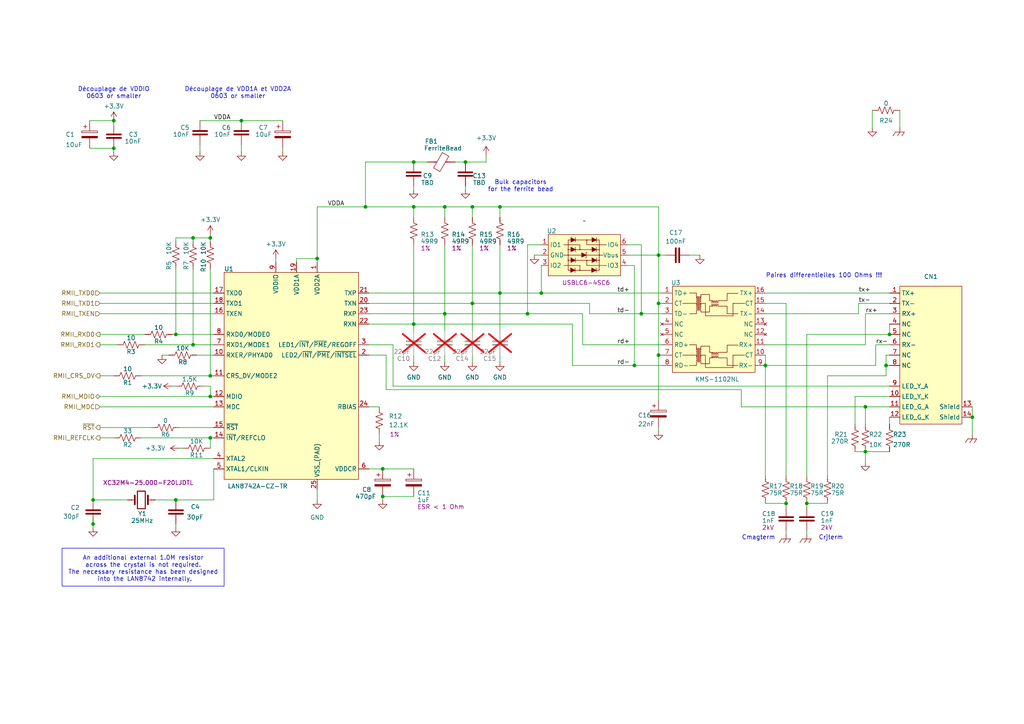
<source format=kicad_sch>
(kicad_sch (version 20231120) (generator "eeschema") (generator_version "8.0")
  (paper "A4")
  (lib_symbols
    (symbol "Chips:LAN8742A"
      (property "Reference" "U" (at 4 8 0))
      (property "Value" "LAN8742A-CZ-TR" (at 12 -57 0))
      (symbol "LAN8742A_1_1"
        (rectangle (start 3 6) (end 42 -54) (fill (type background)))
        (pin passive line (at 30 9 270) (length 3) (name "VDD2A") (number "1"))
        (pin passive line (at 0 -18 0) (length 3) (name "RXER/PHYAD0") (number "10"))
        (pin passive line (at 0 -24 0) (length 3) (name "CRS_DV/MODE2") (number "11"))
        (pin passive line (at 0 -30 0) (length 3) (name "MDIO") (number "12"))
        (pin passive line (at 0 -33 0) (length 3) (name "MDC") (number "13"))
        (pin passive line (at 0 -42 0) (length 3) (name "~{INT}/REFCLO") (number "14"))
        (pin passive line (at 0 -39 0) (length 3) (name "~{RST}") (number "15"))
        (pin passive line (at 0 -6 0) (length 3) (name "TXEN") (number "16"))
        (pin passive line (at 0 0 0) (length 3) (name "TXD0") (number "17"))
        (pin passive line (at 0 -3 0) (length 3) (name "TXD1") (number "18"))
        (pin passive line (at 24 9 270) (length 3) (name "VDD1A") (number "19"))
        (pin passive line (at 45 -18 180) (length 3) (name "LED2/~{INT}/~{PME}/~{INTSEL}") (number "2"))
        (pin passive line (at 45 -3 180) (length 3) (name "TXN") (number "20"))
        (pin passive line (at 45 0 180) (length 3) (name "TXP") (number "21"))
        (pin passive line (at 45 -9 180) (length 3) (name "RXN") (number "22"))
        (pin passive line (at 45 -6 180) (length 3) (name "RXP") (number "23"))
        (pin passive line (at 45 -33 180) (length 3) (name "RBIAS") (number "24"))
        (pin passive line (at 30 -57 90) (length 3) (name "VSS_(PAD)") (number "25"))
        (pin passive line (at 45 -15 180) (length 3) (name "LED1/~{INT}/~{PME}/REGOFF") (number "3"))
        (pin passive line (at 0 -48 0) (length 3) (name "XTAL2") (number "4"))
        (pin passive line (at 0 -51 0) (length 3) (name "XTAL1/CLKIN") (number "5"))
        (pin passive line (at 45 -51 180) (length 3) (name "VDDCR") (number "6"))
        (pin passive line (at 0 -15 0) (length 3) (name "RXD1/MODE1") (number "7"))
        (pin passive line (at 0 -12 0) (length 3) (name "RXD0/MODE0") (number "8"))
        (pin passive line (at 18 9 270) (length 3) (name "VDDIO") (number "9"))
      )
    )
    (symbol "Connectors:RJ45_with_Leds"
      (property "Reference" "CN" (at 4 4 0))
      (symbol "RJ45_with_Leds_1_1"
        (rectangle (start 3 2) (end 21 -38) (fill (type background)))
        (pin passive line (at 0 0 0) (length 3) (name "TX+") (number "1"))
        (pin passive line (at 0 -30 0) (length 3) (name "LED_Y_K") (number "10"))
        (pin passive line (at 0 -33 0) (length 3) (name "LED_G_A") (number "11"))
        (pin passive line (at 0 -36 0) (length 3) (name "LED_G_K") (number "12"))
        (pin passive line (at 24 -33 180) (length 3) (name "Shield") (number "13"))
        (pin passive line (at 24 -36 180) (length 3) (name "Shield") (number "14"))
        (pin passive line (at 0 -3 0) (length 3) (name "TX-") (number "2"))
        (pin passive line (at 0 -6 0) (length 3) (name "RX+") (number "3"))
        (pin passive line (at 0 -9 0) (length 3) (name "NC") (number "4"))
        (pin passive line (at 0 -12 0) (length 3) (name "NC") (number "5"))
        (pin passive line (at 0 -15 0) (length 3) (name "RX-") (number "6"))
        (pin passive line (at 0 -18 0) (length 3) (name "NC") (number "7"))
        (pin passive line (at 0 -21 0) (length 3) (name "NC") (number "8"))
        (pin passive line (at 0 -27 0) (length 3) (name "LED_Y_A") (number "9"))
      )
    )
    (symbol "Diodes:USBLC6-4"
      (property "Reference" "U" (at 2 5 0))
      (property "Ref" "USBLC6-4SC6" (at 9 -11 0))
      (symbol "USBLC6-4_0_1"
        (polyline (pts (xy 9.8 -6.7) (xy 9.8 -8)))
        (polyline (pts (xy 9.9 -3.8) (xy 9.9 -5.1)))
        (polyline (pts (xy 9.9 -0.7) (xy 9.9 -2)))
        (polyline (pts (xy 9.9 2.1) (xy 9.9 0.8)))
        (polyline (pts (xy 13 -2.3) (xy 13 -3.6)))
        (polyline (pts (xy 15.9 -6.7) (xy 15.9 -8)))
        (polyline (pts (xy 16 -3.8) (xy 16 -5.1)))
        (polyline (pts (xy 16 -0.7) (xy 16 -2)))
        (polyline (pts (xy 16 2.1) (xy 16 0.8)))
      )
      (symbol "USBLC6-4_1_1"
        (polyline (pts (xy 6.5 -3) (xy 17.9 -3)))
        (polyline (pts (xy 7.8 -7.4) (xy 16.8 -7.4)))
        (polyline (pts (xy 7.8 -4.5) (xy 16.8 -4.5)))
        (polyline (pts (xy 7.8 -1.4) (xy 16.8 -1.4)))
        (polyline (pts (xy 7.8 1.4) (xy 7.8 -7.3)))
        (polyline (pts (xy 7.8 1.4) (xy 16.8 1.4)))
        (polyline (pts (xy 13 -3.7) (xy 12.8 -3.9)))
        (polyline (pts (xy 13 -2.3) (xy 13.2 -2.1)))
        (polyline (pts (xy 16.8 1.4) (xy 16.8 -7.3)))
        (polyline (pts (xy 6.5 -6) (xy 11.2 -6) (xy 11.2 -7.4)))
        (polyline (pts (xy 6.5 0) (xy 11.2 0) (xy 11.2 -1.4)))
        (polyline (pts (xy 18.9 -6) (xy 13.2 -6) (xy 13.2 -4.6)))
        (polyline (pts (xy 18.9 0) (xy 13.2 0) (xy 13.2 1.4)))
        (polyline (pts (xy 8.5 -6.7) (xy 8.5 -8) (xy 9.8 -7.4) (xy 8.5 -6.7)) (fill (type outline)))
        (polyline (pts (xy 8.6 -3.8) (xy 8.6 -5.1) (xy 9.9 -4.5) (xy 8.6 -3.8)) (fill (type outline)))
        (polyline (pts (xy 8.6 -0.7) (xy 8.6 -2) (xy 9.9 -1.4) (xy 8.6 -0.7)) (fill (type outline)))
        (polyline (pts (xy 8.6 2.1) (xy 8.6 0.8) (xy 9.9 1.4) (xy 8.6 2.1)) (fill (type outline)))
        (polyline (pts (xy 11.7 -2.3) (xy 11.7 -3.6) (xy 13 -3) (xy 11.7 -2.3)) (fill (type outline)))
        (polyline (pts (xy 14.6 -6.7) (xy 14.6 -8) (xy 15.9 -7.4) (xy 14.6 -6.7)) (fill (type outline)))
        (polyline (pts (xy 14.7 -3.8) (xy 14.7 -5.1) (xy 16 -4.5) (xy 14.7 -3.8)) (fill (type outline)))
        (polyline (pts (xy 14.7 -0.7) (xy 14.7 -2) (xy 16 -1.4) (xy 14.7 -0.7)) (fill (type outline)))
        (polyline (pts (xy 14.7 2.1) (xy 14.7 0.8) (xy 16 1.4) (xy 14.7 2.1)) (fill (type outline)))
        (rectangle (start 2 3) (end 23 -9) (fill (type background)))
        (circle (center 7.8 -4.5) (radius 0.1) (fill (type outline)))
        (circle (center 7.8 -3) (radius 0.1) (fill (type outline)))
        (circle (center 7.8 -1.4) (radius 0.1) (fill (type outline)))
        (circle (center 11.2 -7.4) (radius 0.1) (fill (type outline)))
        (circle (center 11.2 -1.4) (radius 0.1) (fill (type outline)))
        (circle (center 13.2 -4.5) (radius 0.1) (fill (type outline)))
        (circle (center 13.2 1.4) (radius 0.1) (fill (type outline)))
        (circle (center 16.8 -4.5) (radius 0.1) (fill (type outline)))
        (circle (center 16.8 -3) (radius 0.1) (fill (type outline)))
        (circle (center 16.8 -1.4) (radius 0.1) (fill (type outline)))
        (pin input line (at 0 0 0) (length 2) (name "IO1") (number "1"))
        (pin input line (at 0 -3 0) (length 2) (name "GND") (number "2"))
        (pin input line (at 0 -6 0) (length 2) (name "IO2") (number "3"))
        (pin input line (at 25 -6 180) (length 2) (name "IO3") (number "4"))
        (pin input line (at 25 -3 180) (length 2) (name "Vbus") (number "5"))
        (pin input line (at 25 0 180) (length 2) (name "IO4") (number "6"))
      )
    )
    (symbol "Divers:KMS-1102NL"
      (property "Reference" "U" (at 4 4 0))
      (property "Value" "KMS-1102NL" (at 16 -25 0))
      (symbol "KMS-1102NL_0_0"
        (polyline (pts (xy 6 -18) (xy 10 -18)))
        (polyline (pts (xy 6 -3) (xy 10 -3)))
        (polyline (pts (xy 16.4 -17.2) (xy 18.9 -17.2) (xy 18.9 -15.1) (xy 22.1 -15.1)))
        (polyline (pts (xy 16.4 -2.2) (xy 18.9 -2.2) (xy 18.9 -0.1) (xy 22.1 -0.1)))
        (polyline (pts (xy 20.6 -21.6) (xy 12.6 -21.6) (xy 12.6 -18) (xy 11.3 -18)))
        (polyline (pts (xy 20.6 -6.6) (xy 12.6 -6.6) (xy 12.6 -3) (xy 11.3 -3)))
      )
      (symbol "KMS-1102NL_0_1"
        (polyline (pts (xy 10.524 -20.032) (xy 10.524 -15.968)))
        (polyline (pts (xy 10.524 -5.032) (xy 10.524 -0.968)))
        (polyline (pts (xy 10.778 -15.968) (xy 10.778 -20.032)))
        (polyline (pts (xy 10.778 -0.968) (xy 10.778 -5.032)))
        (polyline (pts (xy 14.334 -17.746) (xy 16.366 -17.746)))
        (polyline (pts (xy 14.334 -2.746) (xy 16.366 -2.746)))
        (polyline (pts (xy 16.366 -18.254) (xy 14.334 -18.254)))
        (polyline (pts (xy 16.366 -3.254) (xy 14.334 -3.254)))
        (polyline (pts (xy 18.9 -21) (xy 22.075 -21)))
        (polyline (pts (xy 18.9 -6) (xy 22.075 -6)))
        (polyline (pts (xy 20.6 -18) (xy 20.6 -21.6)))
        (polyline (pts (xy 20.6 -18) (xy 24 -18)))
        (polyline (pts (xy 20.6 -3) (xy 20.6 -6.6)))
        (polyline (pts (xy 20.6 -3) (xy 24 -3)))
        (polyline (pts (xy 10 -20.1) (xy 10 -21) (xy 8 -21)))
        (polyline (pts (xy 10 -15.9) (xy 10 -15) (xy 8 -15)))
        (polyline (pts (xy 10 -5.1) (xy 10 -6) (xy 8 -6)))
        (polyline (pts (xy 10 -0.9) (xy 10 0) (xy 8 0)))
        (polyline (pts (xy 16.4 -18.8) (xy 18.9 -18.8) (xy 18.9 -21)))
        (polyline (pts (xy 16.4 -3.8) (xy 18.9 -3.8) (xy 18.9 -6)))
        (polyline (pts (xy 11.3 -20.1) (xy 11.3 -20.5) (xy 13.8 -20.5) (xy 13.8 -18.8) (xy 14.3 -18.8)))
        (polyline (pts (xy 11.3 -5.1) (xy 11.3 -5.5) (xy 13.8 -5.5) (xy 13.8 -3.8) (xy 14.3 -3.8)))
        (polyline (pts (xy 14.3 -17.2) (xy 13.8 -17.2) (xy 13.8 -15.4) (xy 11.3 -15.4) (xy 11.3 -15.9)))
        (polyline (pts (xy 14.3 -2.2) (xy 13.8 -2.2) (xy 13.8 -0.4) (xy 11.3 -0.4) (xy 11.3 -0.9)))
        (circle (center 9.9906 -18.254) (radius 0.0762) (stroke (width 0.0254)) (fill (type outline)))
        (circle (center 9.9906 -3.254) (radius 0.0762) (stroke (width 0.0254)) (fill (type outline)))
        (arc (start 10 -20.054) (mid 10.2528 -19.8) (end 10 -19.546))
        (arc (start 10 -19.554) (mid 10.2528 -19.3) (end 10 -19.046))
        (arc (start 10 -19.054) (mid 10.2528 -18.8) (end 10 -18.546))
        (arc (start 10 -18.554) (mid 10.2643 -18.277) (end 10 -18))
        (arc (start 10 -18) (mid 10.2701 -17.723) (end 10 -17.446))
        (arc (start 10 -17.454) (mid 10.2528 -17.2) (end 10 -16.946))
        (arc (start 10 -16.954) (mid 10.2528 -16.7) (end 10 -16.446))
        (arc (start 10 -16.454) (mid 10.2528 -16.2) (end 10 -15.946))
        (circle (center 10 -16.2) (radius 0.0762) (stroke (width 0.0254)) (fill (type outline)))
        (arc (start 10 -5.054) (mid 10.2528 -4.8) (end 10 -4.546))
        (arc (start 10 -4.554) (mid 10.2528 -4.3) (end 10 -4.046))
        (arc (start 10 -4.054) (mid 10.2528 -3.8) (end 10 -3.546))
        (arc (start 10 -3.554) (mid 10.2644 -3.277) (end 10 -3))
        (arc (start 10 -3) (mid 10.2697 -2.723) (end 10 -2.446))
        (arc (start 10 -2.454) (mid 10.2528 -2.2) (end 10 -1.946))
        (arc (start 10 -1.954) (mid 10.2528 -1.7) (end 10 -1.446))
        (arc (start 10 -1.454) (mid 10.2528 -1.2) (end 10 -0.946))
        (circle (center 10 -1.2) (radius 0.0762) (stroke (width 0.0254)) (fill (type outline)))
        (arc (start 11.3 -19.546) (mid 11.0471 -19.8) (end 11.3 -20.054))
        (arc (start 11.3 -19.046) (mid 11.0471 -19.3) (end 11.3 -19.554))
        (arc (start 11.3 -18.546) (mid 11.0471 -18.8) (end 11.3 -19.054))
        (arc (start 11.3 -18) (mid 11.0357 -18.277) (end 11.3 -18.554))
        (arc (start 11.3 -17.446) (mid 11.0299 -17.723) (end 11.3 -18))
        (arc (start 11.3 -16.946) (mid 11.0471 -17.2) (end 11.3 -17.454))
        (arc (start 11.3 -16.446) (mid 11.0471 -16.7) (end 11.3 -16.954))
        (circle (center 11.3 -16.2) (radius 0.0762) (stroke (width 0.0254)) (fill (type outline)))
        (arc (start 11.3 -15.946) (mid 11.0471 -16.2) (end 11.3 -16.454))
        (arc (start 11.3 -4.546) (mid 11.0471 -4.8) (end 11.3 -5.054))
        (arc (start 11.3 -4.046) (mid 11.0471 -4.3) (end 11.3 -4.554))
        (arc (start 11.3 -3.546) (mid 11.0471 -3.8) (end 11.3 -4.054))
        (arc (start 11.3 -3) (mid 11.0357 -3.277) (end 11.3 -3.554))
        (arc (start 11.3 -2.446) (mid 11.0303 -2.723) (end 11.3 -3))
        (arc (start 11.3 -1.946) (mid 11.0471 -2.2) (end 11.3 -2.454))
        (arc (start 11.3 -1.446) (mid 11.0471 -1.7) (end 11.3 -1.954))
        (circle (center 11.3 -1.2) (radius 0.0762) (stroke (width 0.0254)) (fill (type outline)))
        (arc (start 11.3 -0.946) (mid 11.0471 -1.2) (end 11.3 -1.454))
        (circle (center 11.3094 -18.254) (radius 0.0762) (stroke (width 0.0254)) (fill (type outline)))
        (circle (center 11.3094 -3.254) (radius 0.0762) (stroke (width 0.0254)) (fill (type outline)))
        (arc (start 14.346 -17.2) (mid 14.6 -17.4529) (end 14.854 -17.2))
        (arc (start 14.346 -2.2) (mid 14.6 -2.4528) (end 14.854 -2.2))
        (circle (center 14.588 -18.7874) (radius 0.0762) (stroke (width 0.0254)) (fill (type outline)))
        (circle (center 14.588 -17.2126) (radius 0.0762) (stroke (width 0.0254)) (fill (type outline)))
        (circle (center 14.588 -3.7874) (radius 0.0762) (stroke (width 0.0254)) (fill (type outline)))
        (circle (center 14.588 -2.2126) (radius 0.0762) (stroke (width 0.0254)) (fill (type outline)))
        (arc (start 14.846 -17.2) (mid 15.1 -17.4529) (end 15.354 -17.2))
        (arc (start 14.846 -2.2) (mid 15.1 -2.4528) (end 15.354 -2.2))
        (arc (start 14.854 -18.8) (mid 14.6 -18.5471) (end 14.346 -18.8))
        (arc (start 14.854 -3.8) (mid 14.6 -3.5471) (end 14.346 -3.8))
        (arc (start 15.346 -17.2) (mid 15.6 -17.4529) (end 15.854 -17.2))
        (arc (start 15.346 -2.2) (mid 15.6 -2.4528) (end 15.854 -2.2))
        (arc (start 15.354 -18.8) (mid 15.1 -18.5471) (end 14.846 -18.8))
        (arc (start 15.354 -3.8) (mid 15.1 -3.5471) (end 14.846 -3.8))
        (arc (start 15.846 -17.2) (mid 16.1 -17.4529) (end 16.354 -17.2))
        (arc (start 15.846 -2.2) (mid 16.1 -2.4528) (end 16.354 -2.2))
        (arc (start 15.854 -18.8) (mid 15.6 -18.5471) (end 15.346 -18.8))
        (arc (start 15.854 -3.8) (mid 15.6 -3.5471) (end 15.346 -3.8))
        (arc (start 16.354 -18.8) (mid 16.1 -18.5471) (end 15.846 -18.8))
        (arc (start 16.354 -3.8) (mid 16.1 -3.5471) (end 15.846 -3.8))
      )
      (symbol "KMS-1102NL_1_1"
        (rectangle (start 3 2) (end 27 -23) (fill (type background)))
        (pin passive line (at 0 0 0) (length 3) (name "TD+") (number "1"))
        (pin passive line (at 30 -18 180) (length 3) (name "CT") (number "10"))
        (pin passive line (at 30 -15 180) (length 3) (name "RX+") (number "11"))
        (pin no_connect line (at 30 -12 180) (length 3) (name "NC") (number "12"))
        (pin no_connect line (at 30 -9 180) (length 3) (name "NC") (number "13"))
        (pin passive line (at 30 -6 180) (length 3) (name "TX-") (number "14"))
        (pin passive line (at 30 -3 180) (length 3) (name "CT") (number "15"))
        (pin passive line (at 30 0 180) (length 3) (name "TX+") (number "16"))
        (pin passive line (at 0 -3 0) (length 3) (name "CT") (number "2"))
        (pin passive line (at 0 -6 0) (length 3) (name "TD-") (number "3"))
        (pin no_connect line (at 0 -9 0) (length 3) (name "NC") (number "4"))
        (pin no_connect line (at 0 -12 0) (length 3) (name "NC") (number "5"))
        (pin passive line (at 0 -15 0) (length 3) (name "RD+") (number "6"))
        (pin passive line (at 0 -18 0) (length 3) (name "CT") (number "7"))
        (pin passive line (at 0 -21 0) (length 3) (name "RD-") (number "8"))
        (pin passive line (at 30 -21 180) (length 3) (name "RX-") (number "9"))
      )
    )
    (symbol "GND_1" (power) (pin_names (offset 0))
      (symbol "GND_1_0_1"
        (polyline (pts (xy 0 0) (xy 0 -1.27) (xy 1.27 -1.27) (xy 0 -2.54) (xy -1.27 -1.27) (xy 0 -1.27)))
      )
      (symbol "GND_1_1_1"
        (pin power_in line (at 0 0 270) (length 0) hide (name "GND") (number "1"))
      )
    )
    (symbol "GND_10" (power) (pin_names (offset 0))
      (symbol "GND_10_0_1"
        (polyline (pts (xy 0 0) (xy 0 -1.27) (xy 1.27 -1.27) (xy 0 -2.54) (xy -1.27 -1.27) (xy 0 -1.27)))
      )
      (symbol "GND_10_1_1"
        (pin power_in line (at 0 0 270) (length 0) hide (name "GND") (number "1"))
      )
    )
    (symbol "GND_11" (power) (pin_names (offset 0))
      (symbol "GND_11_0_1"
        (polyline (pts (xy 0 0) (xy 0 -1.27) (xy 1.27 -1.27) (xy 0 -2.54) (xy -1.27 -1.27) (xy 0 -1.27)))
      )
      (symbol "GND_11_1_1"
        (pin power_in line (at 0 0 270) (length 0) hide (name "GND") (number "1"))
      )
    )
    (symbol "GND_12" (power) (pin_names (offset 0))
      (symbol "GND_12_0_1"
        (polyline (pts (xy 0 0) (xy 0 -1.27) (xy 1.27 -1.27) (xy 0 -2.54) (xy -1.27 -1.27) (xy 0 -1.27)))
      )
      (symbol "GND_12_1_1"
        (pin power_in line (at 0 0 270) (length 0) hide (name "GND") (number "1"))
      )
    )
    (symbol "GND_2" (power) (pin_names (offset 0))
      (symbol "GND_2_0_1"
        (polyline (pts (xy 0 0) (xy 0 -1.27) (xy 1.27 -1.27) (xy 0 -2.54) (xy -1.27 -1.27) (xy 0 -1.27)))
      )
      (symbol "GND_2_1_1"
        (pin power_in line (at 0 0 270) (length 0) hide (name "GND") (number "1"))
      )
    )
    (symbol "GND_3" (power) (pin_names (offset 0))
      (symbol "GND_3_0_1"
        (polyline (pts (xy 0 0) (xy 0 -1.27) (xy 1.27 -1.27) (xy 0 -2.54) (xy -1.27 -1.27) (xy 0 -1.27)))
      )
      (symbol "GND_3_1_1"
        (pin power_in line (at 0 0 270) (length 0) hide (name "GND") (number "1"))
      )
    )
    (symbol "GND_4" (power) (pin_names (offset 0))
      (symbol "GND_4_0_1"
        (polyline (pts (xy 0 0) (xy 0 -1.27) (xy 1.27 -1.27) (xy 0 -2.54) (xy -1.27 -1.27) (xy 0 -1.27)))
      )
      (symbol "GND_4_1_1"
        (pin power_in line (at 0 0 270) (length 0) hide (name "GND") (number "1"))
      )
    )
    (symbol "GND_5" (power) (pin_names (offset 0))
      (symbol "GND_5_0_1"
        (polyline (pts (xy 0 0) (xy 0 -1.27) (xy 1.27 -1.27) (xy 0 -2.54) (xy -1.27 -1.27) (xy 0 -1.27)))
      )
      (symbol "GND_5_1_1"
        (pin power_in line (at 0 0 270) (length 0) hide (name "GND") (number "1"))
      )
    )
    (symbol "GND_6" (power) (pin_names (offset 0))
      (symbol "GND_6_0_1"
        (polyline (pts (xy 0 0) (xy 0 -1.27) (xy 1.27 -1.27) (xy 0 -2.54) (xy -1.27 -1.27) (xy 0 -1.27)))
      )
      (symbol "GND_6_1_1"
        (pin power_in line (at 0 0 270) (length 0) hide (name "GND") (number "1"))
      )
    )
    (symbol "GND_7" (power) (pin_names (offset 0))
      (symbol "GND_7_0_1"
        (polyline (pts (xy 0 0) (xy 0 -1.27) (xy 1.27 -1.27) (xy 0 -2.54) (xy -1.27 -1.27) (xy 0 -1.27)))
      )
      (symbol "GND_7_1_1"
        (pin power_in line (at 0 0 270) (length 0) hide (name "GND") (number "1"))
      )
    )
    (symbol "GND_8" (power) (pin_names (offset 0))
      (symbol "GND_8_0_1"
        (polyline (pts (xy 0 0) (xy 0 -1.27) (xy 1.27 -1.27) (xy 0 -2.54) (xy -1.27 -1.27) (xy 0 -1.27)))
      )
      (symbol "GND_8_1_1"
        (pin power_in line (at 0 0 270) (length 0) hide (name "GND") (number "1"))
      )
    )
    (symbol "GND_9" (power) (pin_names (offset 0))
      (symbol "GND_9_0_1"
        (polyline (pts (xy 0 0) (xy 0 -1.27) (xy 1.27 -1.27) (xy 0 -2.54) (xy -1.27 -1.27) (xy 0 -1.27)))
      )
      (symbol "GND_9_1_1"
        (pin power_in line (at 0 0 270) (length 0) hide (name "GND") (number "1"))
      )
    )
    (symbol "Generiques:C" (pin_numbers hide) (pin_names (offset 0.254))
      (property "Reference" "C" (at 0.635 5.54 0))
      (property "Value" "C" (at 0.635 0.46 0))
      (symbol "C_0_1"
        (polyline (pts (xy -2 3) (xy 2.064 3)) (stroke (width 0.508)))
        (polyline (pts (xy -2 4) (xy 2.064 4)) (stroke (width 0.508)))
      )
      (symbol "C_1_1"
        (pin passive line (at 0 7 270) (length 2.794) (name "~") (number "1"))
        (pin passive line (at 0 0 90) (length 2.794) (name "~") (number "2"))
      )
    )
    (symbol "Generiques:C_Polarized" (pin_numbers hide) (pin_names (offset 0.254))
      (property "Reference" "C" (at 0.635 6.54 0))
      (property "Value" "C_Polarized" (at 0.635 1.46 0))
      (symbol "C_Polarized_0_1"
        (rectangle (start -2.286 4.508) (end 2.286 5.016))
        (polyline (pts (xy -1.778 6.286) (xy -0.762 6.286)))
        (polyline (pts (xy -1.27 6.794) (xy -1.27 5.778)))
        (rectangle (start 2.286 3.492) (end -2.286 2.984) (fill (type outline)))
      )
      (symbol "C_Polarized_1_1"
        (pin passive line (at 0 8 270) (length 3) (name "~") (number "1"))
        (pin passive line (at 0 0 90) (length 3) (name "~") (number "2"))
      )
    )
    (symbol "Generiques:Crystal" (pin_numbers hide) (pin_names (offset 1.016) hide)
      (property "Reference" "Y" (at 4 3.81 0))
      (property "Value" "Crystal" (at 4 -3.81 0))
      (symbol "Crystal_0_1"
        (polyline (pts (xy 1 0) (xy 2.095 0)))
        (polyline (pts (xy 2.095 -1.27) (xy 2.095 1.27)) (stroke (width 0.508)))
        (polyline (pts (xy 5.905 -1.27) (xy 5.905 1.27)) (stroke (width 0.508)))
        (polyline (pts (xy 7 0) (xy 5.905 0)))
        (rectangle (start 2.857 2.54) (end 5.143 -2.54) (stroke (width 0.3048)))
      )
      (symbol "Crystal_1_1"
        (pin passive line (at 0 0 0) (length 1.27) (name "1") (number "1"))
        (pin passive line (at 8 0 180) (length 1.27) (name "2") (number "2"))
      )
    )
    (symbol "Generiques:FerriteBead" (pin_numbers hide) (pin_names (offset 0))
      (property "Reference" "FB" (at -3.81 0.635 90))
      (property "Value" "FerriteBead" (at 3.81 0 90))
      (symbol "FerriteBead_0_1"
        (polyline (pts (xy 0 -2) (xy 0 -1.2192)))
        (polyline (pts (xy 0 2) (xy 0 1.2954)))
        (polyline (pts (xy -2.7686 0.4064) (xy -1.7018 2.2606) (xy 2.7686 -0.3048) (xy 1.6764 -2.159) (xy -2.7686 0.4064)))
      )
      (symbol "FerriteBead_1_1"
        (pin passive line (at 0 4 270) (length 2.54) (name "~") (number "1"))
        (pin passive line (at 0 -4 90) (length 2.54) (name "~") (number "2"))
      )
    )
    (symbol "Generiques:R" (pin_numbers hide) (pin_names (offset 0))
      (property "Reference" "R" (at 2.54 4 90))
      (property "Value" "R" (at -2.54 4 90))
      (symbol "R_0_1"
        (polyline (pts (xy 0 1.714) (xy 0 1)))
        (polyline (pts (xy 0 6.286) (xy 0 7)))
        (polyline (pts (xy 0 3.238) (xy 1.016 2.857) (xy 0 2.476) (xy -1.016 2.095) (xy 0 1.714)))
        (polyline (pts (xy 0 4.762) (xy 1.016 4.381) (xy 0 4) (xy -1.016 3.619) (xy 0 3.238)))
        (polyline (pts (xy 0 6.286) (xy 1.016 5.905) (xy 0 5.524) (xy -1.016 5.143) (xy 0 4.762)))
      )
      (symbol "R_1_1"
        (pin passive line (at 0 8 270) (length 1.27) (name "~") (number "1"))
        (pin passive line (at 0 0 90) (length 1.27) (name "~") (number "2"))
      )
    )
    (symbol "Power:+3.3V" (power) (pin_names (offset 0))
      (property "Value" "+3.3V" (at 0 3.556 0))
      (symbol "+3.3V_0_1"
        (polyline (pts (xy -0.762 1.27) (xy 0 2.54)))
        (polyline (pts (xy 0 0) (xy 0 2.54)))
        (polyline (pts (xy 0 2.54) (xy 0.762 1.27)))
      )
      (symbol "+3.3V_1_1"
        (pin power_in line (at 0 0 90) (length 0) hide (name "+3.3V") (number "1"))
      )
    )
    (symbol "Power:CHASSIS" (power) (pin_names (offset 0))
      (symbol "CHASSIS_0_1"
        (polyline (pts (xy -1.3 -1.3) (xy -2 -2.4)))
        (polyline (pts (xy 0 -1.3) (xy -0.7 -2.4)))
        (polyline (pts (xy 1.3 -1.3) (xy 0.6 -2.4)))
        (polyline (pts (xy 0 0) (xy 0 -1.3) (xy 1.3 -1.3) (xy -1.3 -1.3) (xy 0 -1.3)))
      )
      (symbol "CHASSIS_1_1"
        (pin power_in line (at 0 0 270) (length 0) hide (name "CHASSIS") (number "1"))
      )
    )
    (symbol "Power:GND" (power) (pin_names (offset 0))
      (symbol "GND_0_1"
        (polyline (pts (xy 0 0) (xy 0 -1.27) (xy 1.27 -1.27) (xy 0 -2.54) (xy -1.27 -1.27) (xy 0 -1.27)))
      )
      (symbol "GND_1_1"
        (pin power_in line (at 0 0 270) (length 0) hide (name "GND") (number "1"))
      )
    )
  )
  (junction (at 120 60))
  (junction (at 61 127))
  (junction (at 191 88))
  (junction (at 111 144))
  (junction (at 61 115))
  (junction (at 120 94))
  (junction (at 106 60))
  (junction (at 56 69))
  (junction (at 251 118))
  (junction (at 129 60))
  (junction (at 27 152))
  (junction (at 51 145))
  (junction (at 27 145))
  (junction (at 157 85))
  (junction (at 234 146))
  (junction (at 33 43))
  (junction (at 251 131))
  (junction (at 135 47))
  (junction (at 61 69))
  (junction (at 191 74))
  (junction (at 137 88))
  (junction (at 145 60))
  (junction (at 137 60))
  (junction (at 257 106))
  (junction (at 129 91))
  (junction (at 258 97))
  (junction (at 51 97))
  (junction (at 92 75))
  (junction (at 153 91))
  (junction (at 56 100))
  (junction (at 33 35))
  (junction (at 191 103))
  (junction (at 282 121))
  (junction (at 186 91))
  (junction (at 228 146))
  (junction (at 111 136))
  (junction (at 70 35))
  (junction (at 184 106))
  (junction (at 61 109))
  (junction (at 222 106))
  (junction (at 120 47))
  (junction (at 145 85))
  (wire (pts (xy 222 85) (xy 258 85)))
  (wire (pts (xy 157 71) (xy 153 71)))
  (wire (pts (xy 137 103) (xy 137 105)))
  (wire (pts (xy 171 91) (xy 186 91)))
  (wire (pts (xy 137 60) (xy 137 63)))
  (wire (pts (xy 120 94) (xy 120 96)))
  (wire (pts (xy 51 145) (xy 62 145)))
  (wire (pts (xy 80 75) (xy 80 76)))
  (wire (pts (xy 258 121) (xy 258 123)))
  (wire (pts (xy 120 71) (xy 120 94)))
  (wire (pts (xy 215 118) (xy 251 118)))
  (wire (pts (xy 26 43) (xy 33 43)))
  (wire (pts (xy 58 35) (xy 70 35)))
  (wire (pts (xy 191 88) (xy 191 103)))
  (wire (pts (xy 86 75) (xy 92 75)))
  (wire (pts (xy 251 91) (xy 258 91)))
  (wire (pts (xy 191 60) (xy 191 74)))
  (wire (pts (xy 107 136) (xy 111 136)))
  (wire (pts (xy 157 77) (xy 157 85)))
  (wire (pts (xy 191 103) (xy 192 103)))
  (wire (pts (xy 114 112) (xy 258 112)))
  (wire (pts (xy 166 94) (xy 120 94)))
  (wire (pts (xy 222 100) (xy 251 100)))
  (wire (pts (xy 56 100) (xy 62 100)))
  (wire (pts (xy 107 100) (xy 114 100)))
  (wire (pts (xy 132 47) (xy 135 47)))
  (wire (pts (xy 61 109) (xy 62 109)))
  (wire (pts (xy 41 109) (xy 61 109)))
  (wire (pts (xy 42 100) (xy 56 100)))
  (wire (pts (xy 62 145) (xy 62 136)))
  (wire (pts (xy 52 130) (xy 53 130)))
  (wire (pts (xy 50 112) (xy 51 112)))
  (wire (pts (xy 257 103) (xy 257 106)))
  (wire (pts (xy 251 91) (xy 251 100)))
  (wire (pts (xy 120 60) (xy 129 60)))
  (wire (pts (xy 253 37) (xy 253 32)))
  (wire (pts (xy 61 127) (xy 61 130)))
  (wire (pts (xy 234 154) (xy 234 155)))
  (wire (pts (xy 145 85) (xy 157 85)))
  (wire (pts (xy 29 118) (xy 62 118)))
  (wire (pts (xy 186 71) (xy 186 91)))
  (wire (pts (xy 153 71) (xy 153 91)))
  (wire (pts (xy 257 109) (xy 257 106)))
  (wire (pts (xy 248 115) (xy 258 115)))
  (wire (pts (xy 169 91) (xy 169 100)))
  (wire (pts (xy 157 85) (xy 192 85)))
  (wire (pts (xy 112 103) (xy 112 113)))
  (wire (pts (xy 29 88) (xy 62 88)))
  (wire (pts (xy 129 91) (xy 153 91)))
  (wire (pts (xy 228 154) (xy 228 155)))
  (wire (pts (xy 137 71) (xy 137 88)))
  (wire (pts (xy 145 85) (xy 145 96)))
  (wire (pts (xy 129 60) (xy 129 63)))
  (wire (pts (xy 166 106) (xy 184 106)))
  (wire (pts (xy 249 88) (xy 258 88)))
  (wire (pts (xy 191 103) (xy 191 116)))
  (wire (pts (xy 137 60) (xy 145 60)))
  (wire (pts (xy 254 106) (xy 222 106)))
  (wire (pts (xy 51 69) (xy 56 69)))
  (wire (pts (xy 61 127) (xy 62 127)))
  (wire (pts (xy 234 97) (xy 258 97)))
  (wire (pts (xy 254 100) (xy 254 106)))
  (wire (pts (xy 27 133) (xy 27 145)))
  (wire (pts (xy 182 77) (xy 184 77)))
  (wire (pts (xy 228 88) (xy 228 138)))
  (wire (pts (xy 153 91) (xy 169 91)))
  (wire (pts (xy 120 47) (xy 124 47)))
  (wire (pts (xy 70 42) (xy 70 44)))
  (wire (pts (xy 129 71) (xy 129 91)))
  (wire (pts (xy 27 133) (xy 62 133)))
  (wire (pts (xy 51 78) (xy 51 97)))
  (wire (pts (xy 70 35) (xy 82 35)))
  (wire (pts (xy 135 54) (xy 135 55)))
  (wire (pts (xy 33 43) (xy 33 44)))
  (wire (pts (xy 234 146) (xy 240 146)))
  (wire (pts (xy 27 152) (xy 27 153)))
  (wire (pts (xy 145 60) (xy 191 60)))
  (wire (pts (xy 58 42) (xy 58 44)))
  (wire (pts (xy 120 94) (xy 107 94)))
  (wire (pts (xy 50 97) (xy 51 97)))
  (wire (pts (xy 222 91) (xy 249 91)))
  (wire (pts (xy 29 109) (xy 33 109)))
  (wire (pts (xy 92 142) (xy 92 145)))
  (wire (pts (xy 111 144) (xy 111 145)))
  (wire (pts (xy 27 145) (xy 37 145)))
  (wire (pts (xy 51 97) (xy 62 97)))
  (wire (pts (xy 92 60) (xy 92 75)))
  (wire (pts (xy 141 47) (xy 135 47)))
  (wire (pts (xy 86 76) (xy 86 75)))
  (wire (pts (xy 61 112) (xy 61 115)))
  (wire (pts (xy 29 100) (xy 34 100)))
  (wire (pts (xy 107 85) (xy 145 85)))
  (wire (pts (xy 29 91) (xy 62 91)))
  (wire (pts (xy 29 124) (xy 44 124)))
  (wire (pts (xy 251 118) (xy 258 118)))
  (wire (pts (xy 257 106) (xy 258 106)))
  (wire (pts (xy 191 74) (xy 193 74)))
  (wire (pts (xy 129 91) (xy 129 96)))
  (wire (pts (xy 191 124) (xy 191 125)))
  (wire (pts (xy 59 112) (xy 61 112)))
  (wire (pts (xy 222 103) (xy 222 106)))
  (wire (pts (xy 257 103) (xy 258 103)))
  (wire (pts (xy 145 60) (xy 145 63)))
  (wire (pts (xy 191 88) (xy 192 88)))
  (wire (pts (xy 182 71) (xy 186 71)))
  (wire (pts (xy 107 91) (xy 129 91)))
  (wire (pts (xy 137 88) (xy 137 96)))
  (wire (pts (xy 57 103) (xy 62 103)))
  (wire (pts (xy 41 127) (xy 61 127)))
  (wire (pts (xy 33 35) (xy 33 36)))
  (wire (pts (xy 61 115) (xy 62 115)))
  (wire (pts (xy 282 118) (xy 282 121)))
  (wire (pts (xy 51 152) (xy 51 153)))
  (wire (pts (xy 248 123) (xy 248 115)))
  (wire (pts (xy 61 78) (xy 61 109)))
  (wire (pts (xy 228 146) (xy 228 147)))
  (wire (pts (xy 234 97) (xy 234 138)))
  (wire (pts (xy 45 145) (xy 51 145)))
  (wire (pts (xy 107 103) (xy 112 103)))
  (wire (pts (xy 47 103) (xy 49 103)))
  (wire (pts (xy 107 118) (xy 110 118)))
  (wire (pts (xy 120 103) (xy 120 105)))
  (wire (pts (xy 52 124) (xy 62 124)))
  (wire (pts (xy 251 131) (xy 258 131)))
  (wire (pts (xy 254 100) (xy 258 100)))
  (wire (pts (xy 56 69) (xy 61 69)))
  (wire (pts (xy 155 74) (xy 157 74)))
  (wire (pts (xy 240 109) (xy 240 138)))
  (wire (pts (xy 186 91) (xy 192 91)))
  (wire (pts (xy 261 32) (xy 261 37)))
  (wire (pts (xy 92 60) (xy 106 60)))
  (wire (pts (xy 240 109) (xy 257 109)))
  (wire (pts (xy 106 47) (xy 106 60)))
  (wire (pts (xy 56 78) (xy 56 100)))
  (wire (pts (xy 112 113) (xy 215 113)))
  (wire (pts (xy 137 88) (xy 171 88)))
  (wire (pts (xy 251 131) (xy 251 134)))
  (wire (pts (xy 51 70) (xy 51 69)))
  (wire (pts (xy 200 74) (xy 203 74)))
  (wire (pts (xy 29 127) (xy 33 127)))
  (wire (pts (xy 145 103) (xy 145 105)))
  (wire (pts (xy 184 106) (xy 192 106)))
  (wire (pts (xy 166 94) (xy 166 106)))
  (wire (pts (xy 106 60) (xy 120 60)))
  (wire (pts (xy 141 45) (xy 141 47)))
  (wire (pts (xy 169 100) (xy 192 100)))
  (wire (pts (xy 182 74) (xy 191 74)))
  (wire (pts (xy 61 69) (xy 61 70)))
  (wire (pts (xy 61 68) (xy 61 69)))
  (wire (pts (xy 129 103) (xy 129 105)))
  (wire (pts (xy 92 75) (xy 92 76)))
  (wire (pts (xy 251 118) (xy 251 123)))
  (wire (pts (xy 120 47) (xy 106 47)))
  (wire (pts (xy 171 88) (xy 171 91)))
  (wire (pts (xy 215 118) (xy 215 113)))
  (wire (pts (xy 26 35) (xy 33 35)))
  (wire (pts (xy 222 146) (xy 228 146)))
  (wire (pts (xy 248 131) (xy 251 131)))
  (wire (pts (xy 249 88) (xy 249 91)))
  (wire (pts (xy 29 85) (xy 62 85)))
  (wire (pts (xy 82 43) (xy 82 44)))
  (wire (pts (xy 184 77) (xy 184 106)))
  (wire (pts (xy 282 121) (xy 282 126)))
  (wire (pts (xy 120 60) (xy 120 63)))
  (wire (pts (xy 107 88) (xy 137 88)))
  (wire (pts (xy 114 100) (xy 114 112)))
  (wire (pts (xy 29 97) (xy 42 97)))
  (wire (pts (xy 111 144) (xy 120 144)))
  (wire (pts (xy 120 54) (xy 120 55)))
  (wire (pts (xy 258 94) (xy 258 97)))
  (wire (pts (xy 222 88) (xy 228 88)))
  (wire (pts (xy 110 126) (xy 110 128)))
  (wire (pts (xy 27 152) (xy 27 150)))
  (wire (pts (xy 222 106) (xy 222 138)))
  (wire (pts (xy 56 70) (xy 56 69)))
  (wire (pts (xy 145 71) (xy 145 85)))
  (wire (pts (xy 111 136) (xy 120 136)))
  (wire (pts (xy 29 115) (xy 61 115)))
  (wire (pts (xy 191 74) (xy 191 88)))
  (wire (pts (xy 129 60) (xy 137 60)))
  (wire (pts (xy 234 147) (xy 234 146)))
  (rectangle (start 18 159) (end 65 170))
  (text "Cmagterm" (at 220 156 0) (effects (font (size 1.27 1.27))))
  (text "An additional external 1.0M resistor \nacross the crystal is not required. \nThe necessary resistance has been designed \ninto the LAN8742 internally." (at 42 165 0) (effects (font (size 1.27 1.27))))
  (text "Paires differentielles 100 Ohms !!!" (at 239 80 0) (effects (font (size 1.27 1.27))))
  (text "Découplage de VDD1A et VDD2A\n0603 or smaller" (at 69 27 0) (effects (font (size 1.27 1.27))))
  (text "Bulk capacitors\nfor the ferrite bead" (at 151 54 0) (effects (font (size 1.27 1.27))))
  (text "Découplage de VDDIO\n0603 or smaller" (at 33 27 0) (effects (font (size 1.27 1.27))))
  (text "Crjterm" (at 241 156 0) (effects (font (size 1.27 1.27))))
  (label "VDDA" (at 95 60 0))
  (label "rd+" (at 179 100 0))
  (label "td+" (at 179 85 0))
  (label "VDDA" (at 62 35 0))
  (label "rx-" (at 254 100 0))
  (label "rd-" (at 179 106 0))
  (label "tx+" (at 249 85 0))
  (label "rx+" (at 251 91 0))
  (label "td-" (at 179 91 0))
  (label "tx-" (at 249 88 0))
  (hierarchical_label "RMII_RXD0" (shape output) (at 29 97 180))
  (hierarchical_label "RMII_TXD1" (shape input) (at 29 88 180))
  (hierarchical_label "RMII_TXD0" (shape input) (at 29 85 180))
  (hierarchical_label "RMII_REFCLK" (shape output) (at 29 127 180))
  (hierarchical_label "RMII_MDC" (shape input) (at 29 118 180))
  (hierarchical_label "RMII_RXD1" (shape output) (at 29 100 180))
  (hierarchical_label "~{RST}" (shape output) (at 29 124 180))
  (hierarchical_label "RMII_MDIO" (shape bidirectional) (at 29 115 180))
  (hierarchical_label "RMII_TXEN" (shape input) (at 29 91 180))
  (hierarchical_label "RMII_CRS_DV" (shape output) (at 29 109 180))
  (symbol (lib_name "GND_3") (lib_id "Power:GND") (at 111 145 0) (unit 1)
    (property "Reference" "#PWR015" (effects (hide yes)))
    (property "Value" "GND" (effects (hide yes)))
    (property "Description" "Power symbol creates a global label with name \"GND\" , ground" (effects (hide yes)))
  )
  (symbol (lib_id "Generiques:R") (at 41 109 90) (unit 1)
    (property "Reference" "R1" (at 37 111 90))
    (property "Value" "10" (at 37 107 90))
    (property "Description" "Resistor" (effects (hide yes)))
  )
  (symbol (lib_id "Generiques:C") (at 70 42 0) (unit 1)
    (property "Reference" "C6" (at 67 37 0) (effects (justify right)))
    (property "Value" "10nF" (at 67 39 0) (effects (justify right)))
    (property "Description" "Unpolarized capacitor" (effects (hide yes)))
  )
  (symbol (lib_id "Power:+3.3V") (at 141 45 0) (unit 1)
    (property "Reference" "#PWR021" (effects (hide yes)))
    (property "Value" "+3.3V" (at 141 40.02 0))
    (property "Description" "Power symbol creates a global label with name \"+3.3V\"" (effects (hide yes)))
  )
  (symbol (lib_id "Generiques:R") (at 52 124 90) (unit 1)
    (property "Reference" "R6" (at 48 126 90))
    (property "Value" "0" (at 48 122 90))
    (property "Description" "Resistor" (effects (hide yes)))
  )
  (symbol (lib_id "Divers:KMS-1102NL") (at 192 85 0) (unit 1)
    (property "Reference" "U3" (at 196 82 0))
    (property "Value" "KMS-1102NL" (at 208 110 0))
    (property "Description" "Ethernet Magnetics" (effects (hide yes)))
  )
  (symbol (lib_id "Power:GND") (at 145 105 0) (unit 1)
    (property "Reference" "#PWR022" (effects (hide yes)))
    (property "Value" "GND" (at 145 109.44 0))
    (property "Description" "Power symbol creates a global label with name \"GND\" , ground" (effects (hide yes)))
  )
  (symbol (lib_id "Power:GND") (at 92 145 0) (unit 1)
    (property "Reference" "#PWR013" (effects (hide yes)))
    (property "Value" "GND" (at 92 150.08 0))
    (property "Description" "Power symbol creates a global label with name \"GND\" , ground" (effects (hide yes)))
  )
  (symbol (lib_id "Generiques:C") (at 51 152 0) (unit 1)
    (property "Reference" "C4" (at 58 147 0) (effects (justify right)))
    (property "Value" "30pF" (at 59 150 0) (effects (justify right)))
    (property "Description" "Unpolarized capacitor" (effects (hide yes)))
  )
  (symbol (lib_id "Generiques:C") (at 33 43 0) (unit 1)
    (property "Reference" "C3" (at 40 39 0) (effects (justify right)))
    (property "Value" "10nF" (at 41 41 0) (effects (justify right)))
    (property "Description" "Unpolarized capacitor" (effects (hide yes)))
  )
  (symbol (lib_id "Generiques:R") (at 110 126 0) (unit 1)
    (property "Reference" "R12" (at 112.76 120.7299 0) (effects (justify left)))
    (property "Value" "12.1K" (at 112.76 123.2699 0) (effects (justify left)))
    (property "Description" "Resistor" (effects (hide yes)))
    (property "Tolerance" "1%" (at 113 126 0) (effects (justify left)))
  )
  (symbol (lib_id "Generiques:C") (at 145 103 0) (unit 1) (dnp yes)
    (property "Reference" "C15" (at 144 104 0) (effects (justify right)))
    (property "Value" "22pF" (at 144 102 0) (effects (justify right)))
    (property "Description" "Unpolarized capacitor" (effects (hide yes)))
  )
  (symbol (lib_id "Generiques:C_Polarized") (at 191 124 0) (unit 1)
    (property "Reference" "C16" (at 185 120.46 0) (effects (justify left)))
    (property "Value" "22nF" (at 185 123 0) (effects (justify left)))
    (property "Description" "Polarized capacitor" (effects (hide yes)))
  )
  (symbol (lib_id "Power:CHASSIS") (at 234 155 0) (unit 1)
    (property "Reference" "#PWR027" (effects (hide yes)))
    (property "Value" "CHASSIS" (effects (hide yes)))
    (property "Description" "Power symbol creates a global label with name \"CHASSIS\" , ground" (effects (hide yes)))
  )
  (symbol (lib_id "Power:GND") (at 129 105 0) (unit 1)
    (property "Reference" "#PWR018" (effects (hide yes)))
    (property "Value" "GND" (at 129 109.44 0))
    (property "Description" "Power symbol creates a global label with name \"GND\" , ground" (effects (hide yes)))
  )
  (symbol (lib_name "GND_2") (lib_id "Power:GND") (at 70 44 0) (unit 1)
    (property "Reference" "#PWR010" (effects (hide yes)))
    (property "Value" "GND" (effects (hide yes)))
    (property "Description" "Power symbol creates a global label with name \"GND\" , ground" (effects (hide yes)))
  )
  (symbol (lib_name "GND_4") (lib_id "Power:GND") (at 27 153 0) (unit 1)
    (property "Reference" "#PWR01" (effects (hide yes)))
    (property "Value" "GND" (effects (hide yes)))
    (property "Description" "Power symbol creates a global label with name \"GND\" , ground" (effects (hide yes)))
  )
  (symbol (lib_name "GND_9") (lib_id "Power:GND") (at 251 134 0) (unit 1)
    (property "Reference" "#PWR028" (effects (hide yes)))
    (property "Value" "GND" (effects (hide yes)))
    (property "Description" "Power symbol creates a global label with name \"GND\" , ground" (effects (hide yes)))
  )
  (symbol (lib_name "GND_2") (lib_id "Power:GND") (at 33 44 0) (unit 1)
    (property "Reference" "#PWR03" (effects (hide yes)))
    (property "Value" "GND" (effects (hide yes)))
    (property "Description" "Power symbol creates a global label with name \"GND\" , ground" (effects (hide yes)))
  )
  (symbol (lib_id "Power:+3.3V") (at 80 75 0) (unit 1)
    (property "Reference" "#PWR011" (effects (hide yes)))
    (property "Value" "+3.3V" (at 80 70.8 0))
    (property "Description" "Power symbol creates a global label with name \"+3.3V\"" (effects (hide yes)))
  )
  (symbol (lib_id "Generiques:R") (at 248 131 0) (unit 1)
    (property "Reference" "R21" (at 242 126 0) (effects (justify left)))
    (property "Value" "270R" (at 241 128 0) (effects (justify left)))
    (property "Description" "Resistor" (effects (hide yes)))
  )
  (symbol (lib_name "GND_10") (lib_id "Power:GND") (at 82 44 0) (unit 1)
    (property "Reference" "#PWR012" (effects (hide yes)))
    (property "Value" "GND" (effects (hide yes)))
    (property "Description" "Power symbol creates a global label with name \"GND\" , ground" (effects (hide yes)))
  )
  (symbol (lib_id "Generiques:C_Polarized") (at 111 144 0) (unit 1)
    (property "Reference" "C8" (at 105 142 0) (effects (justify left)))
    (property "Value" "470pF" (at 103 144 0) (effects (justify left)))
    (property "Description" "Polarized capacitor" (effects (hide yes)))
  )
  (symbol (lib_id "Generiques:R") (at 50 97 90) (unit 1)
    (property "Reference" "R4" (at 46 99 90))
    (property "Value" "10" (at 46 95 90))
    (property "Description" "Resistor" (effects (hide yes)))
  )
  (symbol (lib_id "Generiques:C_Polarized") (at 120 144 0) (unit 1)
    (property "Reference" "C11" (at 121 143 0) (effects (justify left)))
    (property "Value" "1uF" (at 121 145 0) (effects (justify left)))
    (property "Description" "Polarized capacitor" (effects (hide yes)))
    (property "ESR" "ESR < 1 Ohm" (at 121 147 0) (effects (justify left)))
  )
  (symbol (lib_id "Generiques:R") (at 61 130 90) (unit 1)
    (property "Reference" "R11" (at 57 132 90))
    (property "Value" "10K" (at 57 128 90))
    (property "Description" "Resistor" (effects (hide yes)))
  )
  (symbol (lib_id "Generiques:C") (at 58 42 0) (unit 1)
    (property "Reference" "C5" (at 55 37 0) (effects (justify right)))
    (property "Value" "10nF" (at 55 39 0) (effects (justify right)))
    (property "Description" "Unpolarized capacitor" (effects (hide yes)))
  )
  (symbol (lib_name "GND_7") (lib_id "Power:GND") (at 110 128 0) (unit 1)
    (property "Reference" "#PWR014" (effects (hide yes)))
    (property "Value" "GND" (effects (hide yes)))
    (property "Description" "Power symbol creates a global label with name \"GND\" , ground" (effects (hide yes)))
  )
  (symbol (lib_id "Generiques:R") (at 41 127 90) (unit 1)
    (property "Reference" "R2" (at 37 129 90))
    (property "Value" "33" (at 37 125 90))
    (property "Description" "Resistor" (effects (hide yes)))
  )
  (symbol (lib_id "Power:+3.3V") (at 50 112 90) (unit 1)
    (property "Reference" "#PWR05" (effects (hide yes)))
    (property "Value" "+3.3V" (at 47 112 90) (effects (justify left)))
    (property "Description" "Power symbol creates a global label with name \"+3.3V\"" (effects (hide yes)))
  )
  (symbol (lib_id "Generiques:C") (at 137 103 0) (unit 1) (dnp yes)
    (property "Reference" "C14" (at 136 104 0) (effects (justify right)))
    (property "Value" "22pF" (at 136 102 0) (effects (justify right)))
    (property "Description" "Unpolarized capacitor" (effects (hide yes)))
  )
  (symbol (lib_id "Generiques:R") (at 251 131 0) (unit 1)
    (property "Reference" "R22" (at 252 126 0) (effects (justify left)))
    (property "Value" "10K" (at 252 129 0) (effects (justify left)))
    (property "Description" "Resistor" (effects (hide yes)))
  )
  (symbol (lib_name "GND_6") (lib_id "Power:GND") (at 253 37 0) (unit 1)
    (property "Reference" "#PWR029" (effects (hide yes)))
    (property "Value" "GND" (effects (hide yes)))
    (property "Description" "Power symbol creates a global label with name \"GND\" , ground" (effects (hide yes)))
  )
  (symbol (lib_name "GND_2") (lib_id "Power:GND") (at 58 44 0) (unit 1)
    (property "Reference" "#PWR08" (effects (hide yes)))
    (property "Value" "GND" (effects (hide yes)))
    (property "Description" "Power symbol creates a global label with name \"GND\" , ground" (effects (hide yes)))
  )
  (symbol (lib_id "Generiques:R") (at 57 103 90) (unit 1)
    (property "Reference" "R8" (at 53 105 90))
    (property "Value" "10K" (at 53 101 90))
    (property "Description" "Resistor" (effects (hide yes)))
  )
  (symbol (lib_id "Power:GND") (at 137 105 0) (unit 1)
    (property "Reference" "#PWR020" (effects (hide yes)))
    (property "Value" "GND" (at 137 109.44 0))
    (property "Description" "Power symbol creates a global label with name \"GND\" , ground" (effects (hide yes)))
  )
  (symbol (lib_id "Generiques:R") (at 234 146 0) (unit 1)
    (property "Reference" "R19" (at 235 141 0) (effects (justify left)))
    (property "Value" "75R" (at 235 143 0) (effects (justify left)))
    (property "Description" "Resistor" (effects (hide yes)))
  )
  (symbol (lib_name "GND_1") (lib_id "Power:GND") (at 120 55 0) (unit 1)
    (property "Reference" "#PWR016" (effects (hide yes)))
    (property "Value" "GND" (effects (hide yes)))
    (property "Description" "Power symbol creates a global label with name \"GND\" , ground" (effects (hide yes)))
  )
  (symbol (lib_id "Generiques:C") (at 234 154 0) (unit 1)
    (property "Reference" "C19" (at 238 149 0) (effects (justify left)))
    (property "Value" "1nF" (at 238 151 0) (effects (justify left)))
    (property "Description" "Unpolarized capacitor" (effects (hide yes)))
    (property "Tension" "2kV" (at 238 153 0) (effects (justify left)))
  )
  (symbol (lib_id "Power:+3.3V") (at 52 130 90) (unit 1)
    (property "Reference" "#PWR07" (effects (hide yes)))
    (property "Value" "+3.3V" (at 48 130 90) (effects (justify left)))
    (property "Description" "Power symbol creates a global label with name \"+3.3V\"" (effects (hide yes)))
  )
  (symbol (lib_id "Generiques:R") (at 222 146 0) (unit 1)
    (property "Reference" "R17" (at 223 141 0) (effects (justify left)))
    (property "Value" "75R" (at 223 143 0) (effects (justify left)))
    (property "Description" "Resistor" (effects (hide yes)))
  )
  (symbol (lib_id "Power:CHASSIS") (at 228 155 0) (unit 1)
    (property "Reference" "#PWR026" (effects (hide yes)))
    (property "Value" "CHASSIS" (effects (hide yes)))
    (property "Description" "Power symbol creates a global label with name \"CHASSIS\" , ground" (effects (hide yes)))
  )
  (symbol (lib_id "Generiques:R") (at 59 112 90) (unit 1)
    (property "Reference" "R9" (at 55 114 90))
    (property "Value" "1.5K" (at 55 110 90))
    (property "Description" "Resistor" (effects (hide yes)))
  )
  (symbol (lib_id "Generiques:C") (at 27 152 0) (unit 1)
    (property "Reference" "C2" (at 23.16 147.2299 0) (effects (justify right)))
    (property "Value" "30pF" (at 23.16 149.7699 0) (effects (justify right)))
    (property "Description" "Unpolarized capacitor" (effects (hide yes)))
  )
  (symbol (lib_id "Generiques:R") (at 56 70 180) (unit 1)
    (property "Reference" "R7" (at 54 77 90))
    (property "Value" "10K" (at 54 72 90))
    (property "Description" "Resistor" (effects (hide yes)))
  )
  (symbol (lib_id "Generiques:C") (at 228 154 0) (unit 1)
    (property "Reference" "C18" (at 221 149 0) (effects (justify left)))
    (property "Value" "1nF" (at 221 151 0) (effects (justify left)))
    (property "Description" "Unpolarized capacitor" (effects (hide yes)))
    (property "Tension" "2kV" (at 221 153 0) (effects (justify left)))
  )
  (symbol (lib_id "Power:CHASSIS") (at 261 37 0) (unit 1)
    (property "Reference" "#PWR030" (effects (hide yes)))
    (property "Value" "CHASSIS" (effects (hide yes)))
    (property "Description" "Power symbol creates a global label with name \"CHASSIS\" , ground" (effects (hide yes)))
  )
  (symbol (lib_id "Generiques:FerriteBead") (at 128 47 90) (unit 1)
    (property "Reference" "FB1" (at 127 41 90) (effects (justify left)))
    (property "Value" "FerriteBead" (at 134 43 90) (effects (justify left)))
    (property "Description" "Ferrite bead" (effects (hide yes)))
  )
  (symbol (lib_id "Generiques:R") (at 129 71 0) (unit 1)
    (property "Reference" "R14" (at 131 68 0) (effects (justify left)))
    (property "Value" "49R9" (at 131 70 0) (effects (justify left)))
    (property "Description" "Resistor" (effects (hide yes)))
    (property "Precision" "1%" (at 131 72 0) (effects (justify left)))
  )
  (symbol (lib_name "GND_8") (lib_id "Power:GND") (at 47 103 0) (unit 1)
    (property "Reference" "#PWR04" (effects (hide yes)))
    (property "Value" "GND" (effects (hide yes)))
    (property "Description" "Power symbol creates a global label with name \"GND\" , ground" (effects (hide yes)))
  )
  (symbol (lib_id "Generiques:Crystal") (at 45 145 180) (unit 1)
    (property "Reference" "Y1" (at 40 149 0) (effects (justify right)))
    (property "Value" "25MHz" (at 38 151 0) (effects (justify right)))
    (property "Description" "Two pin crystal" (effects (hide yes)))
    (property "REF" "XC32M4-25.000-F20LJDTL" (at 43 140 0))
    (property "Cl" "20pF" (effects (hide yes)))
  )
  (symbol (lib_name "GND_5") (lib_id "Power:GND") (at 51 153 0) (unit 1)
    (property "Reference" "#PWR06" (effects (hide yes)))
    (property "Value" "GND" (effects (hide yes)))
    (property "Description" "Power symbol creates a global label with name \"GND\" , ground" (effects (hide yes)))
  )
  (symbol (lib_id "Generiques:R") (at 258 131 0) (unit 1)
    (property "Reference" "R23" (at 259 126 0) (effects (justify left)))
    (property "Value" "270R" (at 259 129 0) (effects (justify left)))
    (property "Description" "Resistor" (effects (hide yes)))
  )
  (symbol (lib_id "Generiques:C") (at 120 47 180) (unit 1)
    (property "Reference" "C9" (at 124 51 0))
    (property "Value" "TBD" (at 124 53 0))
    (property "Description" "Unpolarized capacitor" (effects (hide yes)))
  )
  (symbol (lib_name "GND_11") (lib_id "Power:GND") (at 155 74 0) (unit 1)
    (property "Reference" "#PWR023" (effects (hide yes)))
    (property "Value" "GND" (effects (hide yes)))
    (property "Description" "Power symbol creates a global label with name \"GND\" , ground" (effects (hide yes)))
  )
  (symbol (lib_id "Generiques:C") (at 135 47 180) (unit 1)
    (property "Reference" "C13" (at 139 51 0))
    (property "Value" "TBD" (at 139 53 0))
    (property "Description" "Unpolarized capacitor" (effects (hide yes)))
  )
  (symbol (lib_id "Power:GND") (at 191 125 0) (unit 1)
    (property "Reference" "#PWR024" (effects (hide yes)))
    (property "Value" "GND" (effects (hide yes)))
    (property "Description" "Power symbol creates a global label with name \"GND\" , ground" (effects (hide yes)))
  )
  (symbol (lib_id "Generiques:C") (at 129 103 0) (unit 1) (dnp yes)
    (property "Reference" "C12" (at 128 104 0) (effects (justify right)))
    (property "Value" "22pF" (at 128 102 0) (effects (justify right)))
    (property "Description" "Unpolarized capacitor" (effects (hide yes)))
  )
  (symbol (lib_id "Connectors:RJ45_with_Leds") (at 258 85 0) (unit 1)
    (property "Reference" "CN1" (at 270 80.23 0))
    (property "Description" "Ethernet 10/100 with Y and G Leds" (effects (hide yes)))
  )
  (symbol (lib_id "Chips:LAN8742A") (at 62 85 0) (unit 1)
    (property "Reference" "U1" (at 65 78 0) (effects (justify left)))
    (property "Value" "LAN8742A-CZ-TR" (at 66 141 0) (effects (justify left)))
  )
  (symbol (lib_name "GND_1") (lib_id "Power:GND") (at 135 55 0) (unit 1)
    (property "Reference" "#PWR019" (effects (hide yes)))
    (property "Value" "GND" (effects (hide yes)))
    (property "Description" "Power symbol creates a global label with name \"GND\" , ground" (effects (hide yes)))
  )
  (symbol (lib_id "Diodes:USBLC6-4") (at 157 71 0) (unit 1)
    (property "Reference" "U2" (at 160 67 0))
    (property "Value" "~" (at 169.5 64.07 0))
    (property "Ref" "USBLC6-4SC6" (at 170 82 0))
  )
  (symbol (lib_id "Generiques:R") (at 42 100 90) (unit 1)
    (property "Reference" "R3" (at 38 102 90))
    (property "Value" "10" (at 38 98 90))
    (property "Description" "Resistor" (effects (hide yes)))
  )
  (symbol (lib_id "Generiques:C") (at 120 103 0) (unit 1) (dnp yes)
    (property "Reference" "C10" (at 119 104 0) (effects (justify right)))
    (property "Value" "22pF" (at 119 102 0) (effects (justify right)))
    (property "Description" "Unpolarized capacitor" (effects (hide yes)))
  )
  (symbol (lib_id "Generiques:C_Polarized") (at 26 43 0) (unit 1)
    (property "Reference" "C1" (at 19 39 0) (effects (justify left)))
    (property "Value" "10uF" (at 19 42 0) (effects (justify left)))
    (property "Description" "Polarized capacitor" (effects (hide yes)))
  )
  (symbol (lib_id "Generiques:R") (at 137 71 0) (unit 1)
    (property "Reference" "R15" (at 139 68 0) (effects (justify left)))
    (property "Value" "49R9" (at 139 70 0) (effects (justify left)))
    (property "Description" "Resistor" (effects (hide yes)))
    (property "Precision" "1%" (at 139 72 0) (effects (justify left)))
  )
  (symbol (lib_name "GND_12") (lib_id "Power:GND") (at 203 74 0) (unit 1)
    (property "Reference" "#PWR025" (effects (hide yes)))
    (property "Value" "GND" (effects (hide yes)))
    (property "Description" "Power symbol creates a global label with name \"GND\" , ground" (effects (hide yes)))
  )
  (symbol (lib_id "Generiques:R") (at 228 146 0) (unit 1)
    (property "Reference" "R18" (at 229 141 0) (effects (justify left)))
    (property "Value" "75R" (at 229 143 0) (effects (justify left)))
    (property "Description" "Resistor" (effects (hide yes)))
  )
  (symbol (lib_id "Generiques:R") (at 240 146 0) (unit 1)
    (property "Reference" "R20" (at 241 141 0) (effects (justify left)))
    (property "Value" "75R" (at 241 143 0) (effects (justify left)))
    (property "Description" "Resistor" (effects (hide yes)))
  )
  (symbol (lib_id "Power:CHASSIS") (at 282 126 0) (unit 1)
    (property "Reference" "#PWR031" (effects (hide yes)))
    (property "Value" "CHASSIS" (effects (hide yes)))
    (property "Description" "Power symbol creates a global label with name \"CHASSIS\" , ground" (effects (hide yes)))
  )
  (symbol (lib_id "Generiques:C_Polarized") (at 82 43 0) (unit 1)
    (property "Reference" "C7" (at 75 37 0) (effects (justify left)))
    (property "Value" "10uF" (at 74 39 0) (effects (justify left)))
    (property "Description" "Polarized capacitor" (effects (hide yes)))
  )
  (symbol (lib_id "Power:GND") (at 120 105 0) (unit 1)
    (property "Reference" "#PWR017" (effects (hide yes)))
    (property "Value" "GND" (at 120 109.44 0))
    (property "Description" "Power symbol creates a global label with name \"GND\" , ground" (effects (hide yes)))
  )
  (symbol (lib_id "Power:+3.3V") (at 61 68 0) (unit 1)
    (property "Reference" "#PWR09" (effects (hide yes)))
    (property "Value" "+3.3V" (at 61 63.72 0))
    (property "Description" "Power symbol creates a global label with name \"+3.3V\"" (effects (hide yes)))
  )
  (symbol (lib_id "Generiques:R") (at 120 71 0) (unit 1)
    (property "Reference" "R13" (at 122 68 0) (effects (justify left)))
    (property "Value" "49R9" (at 122 70 0) (effects (justify left)))
    (property "Description" "Resistor" (effects (hide yes)))
    (property "Precision" "1%" (at 122 72 0) (effects (justify left)))
  )
  (symbol (lib_id "Generiques:R") (at 51 70 180) (unit 1)
    (property "Reference" "R5" (at 49 77 90))
    (property "Value" "10K" (at 49 72 90))
    (property "Description" "Resistor" (effects (hide yes)))
  )
  (symbol (lib_id "Generiques:R") (at 261 32 90) (unit 1)
    (property "Reference" "R24" (at 257 35 90))
    (property "Value" "0" (at 257 30 90))
    (property "Description" "Resistor" (effects (hide yes)))
  )
  (symbol (lib_id "Generiques:C") (at 193 74 270) (unit 1)
    (property "Reference" "C17" (at 196 67.46 90))
    (property "Value" "100nF" (at 196 70 90))
    (property "Description" "Unpolarized capacitor" (effects (hide yes)))
  )
  (symbol (lib_id "Power:+3.3V") (at 33 35 0) (unit 1)
    (property "Reference" "#PWR02" (effects (hide yes)))
    (property "Value" "+3.3V" (at 33 30.8 0))
    (property "Description" "Power symbol creates a global label with name \"+3.3V\"" (effects (hide yes)))
  )
  (symbol (lib_id "Generiques:R") (at 145 71 0) (unit 1)
    (property "Reference" "R16" (at 147 68 0) (effects (justify left)))
    (property "Value" "49R9" (at 147 70 0) (effects (justify left)))
    (property "Description" "Resistor" (effects (hide yes)))
    (property "Precision" "1%" (at 147 72 0) (effects (justify left)))
  )
  (symbol (lib_id "Generiques:R") (at 61 70 180) (unit 1)
    (property "Reference" "R10" (at 59 77 90))
    (property "Value" "10K" (at 59 72 90))
    (property "Description" "Resistor" (effects (hide yes)))
  )
)
</source>
